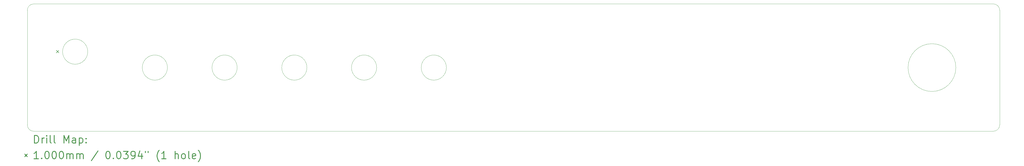
<source format=gbr>
%FSLAX45Y45*%
G04 Gerber Fmt 4.5, Leading zero omitted, Abs format (unit mm)*
G04 Created by KiCad (PCBNEW 5.1.10-88a1d61d58~90~ubuntu20.04.1) date 2021-08-18 08:02:44*
%MOMM*%
%LPD*%
G01*
G04 APERTURE LIST*
%TA.AperFunction,Profile*%
%ADD10C,0.050000*%
%TD*%
%ADD11C,0.200000*%
%ADD12C,0.300000*%
G04 APERTURE END LIST*
D10*
X36988750Y-2540000D02*
G75*
G03*
X36988750Y-2540000I-952500J0D01*
G01*
X16694150Y-2540000D02*
G75*
G03*
X16694150Y-2540000I-501650J0D01*
G01*
X13916025Y-2540000D02*
G75*
G03*
X13916025Y-2540000I-501650J0D01*
G01*
X11137900Y-2540000D02*
G75*
G03*
X11137900Y-2540000I-501650J0D01*
G01*
X8359775Y-2540000D02*
G75*
G03*
X8359775Y-2540000I-501650J0D01*
G01*
X5581650Y-2540000D02*
G75*
G03*
X5581650Y-2540000I-501650J0D01*
G01*
X2406650Y-1905000D02*
G75*
G03*
X2406650Y-1905000I-501650J0D01*
G01*
X38481000Y0D02*
G75*
G02*
X38735000Y-254000I0J-254000D01*
G01*
X38735000Y-4826000D02*
G75*
G02*
X38481000Y-5080000I-254000J0D01*
G01*
X254000Y-5080000D02*
G75*
G02*
X0Y-4826000I0J254000D01*
G01*
X0Y-254000D02*
G75*
G02*
X254000Y0I254000J0D01*
G01*
X38481000Y0D02*
X254000Y0D01*
X38735000Y-4826000D02*
X38735000Y-254000D01*
X254000Y-5080000D02*
X38481000Y-5080000D01*
X0Y-254000D02*
X0Y-4826000D01*
D11*
X1156500Y-1855000D02*
X1256500Y-1955000D01*
X1256500Y-1855000D02*
X1156500Y-1955000D01*
D12*
X283928Y-5548214D02*
X283928Y-5248214D01*
X355357Y-5248214D01*
X398214Y-5262500D01*
X426786Y-5291072D01*
X441071Y-5319643D01*
X455357Y-5376786D01*
X455357Y-5419643D01*
X441071Y-5476786D01*
X426786Y-5505357D01*
X398214Y-5533929D01*
X355357Y-5548214D01*
X283928Y-5548214D01*
X583928Y-5548214D02*
X583928Y-5348214D01*
X583928Y-5405357D02*
X598214Y-5376786D01*
X612500Y-5362500D01*
X641071Y-5348214D01*
X669643Y-5348214D01*
X769643Y-5548214D02*
X769643Y-5348214D01*
X769643Y-5248214D02*
X755357Y-5262500D01*
X769643Y-5276786D01*
X783928Y-5262500D01*
X769643Y-5248214D01*
X769643Y-5276786D01*
X955357Y-5548214D02*
X926786Y-5533929D01*
X912500Y-5505357D01*
X912500Y-5248214D01*
X1112500Y-5548214D02*
X1083928Y-5533929D01*
X1069643Y-5505357D01*
X1069643Y-5248214D01*
X1455357Y-5548214D02*
X1455357Y-5248214D01*
X1555357Y-5462500D01*
X1655357Y-5248214D01*
X1655357Y-5548214D01*
X1926786Y-5548214D02*
X1926786Y-5391072D01*
X1912500Y-5362500D01*
X1883928Y-5348214D01*
X1826786Y-5348214D01*
X1798214Y-5362500D01*
X1926786Y-5533929D02*
X1898214Y-5548214D01*
X1826786Y-5548214D01*
X1798214Y-5533929D01*
X1783928Y-5505357D01*
X1783928Y-5476786D01*
X1798214Y-5448214D01*
X1826786Y-5433929D01*
X1898214Y-5433929D01*
X1926786Y-5419643D01*
X2069643Y-5348214D02*
X2069643Y-5648214D01*
X2069643Y-5362500D02*
X2098214Y-5348214D01*
X2155357Y-5348214D01*
X2183928Y-5362500D01*
X2198214Y-5376786D01*
X2212500Y-5405357D01*
X2212500Y-5491072D01*
X2198214Y-5519643D01*
X2183928Y-5533929D01*
X2155357Y-5548214D01*
X2098214Y-5548214D01*
X2069643Y-5533929D01*
X2341071Y-5519643D02*
X2355357Y-5533929D01*
X2341071Y-5548214D01*
X2326786Y-5533929D01*
X2341071Y-5519643D01*
X2341071Y-5548214D01*
X2341071Y-5362500D02*
X2355357Y-5376786D01*
X2341071Y-5391072D01*
X2326786Y-5376786D01*
X2341071Y-5362500D01*
X2341071Y-5391072D01*
X-102500Y-5992500D02*
X-2500Y-6092500D01*
X-2500Y-5992500D02*
X-102500Y-6092500D01*
X441071Y-6178214D02*
X269643Y-6178214D01*
X355357Y-6178214D02*
X355357Y-5878214D01*
X326786Y-5921071D01*
X298214Y-5949643D01*
X269643Y-5963929D01*
X569643Y-6149643D02*
X583928Y-6163929D01*
X569643Y-6178214D01*
X555357Y-6163929D01*
X569643Y-6149643D01*
X569643Y-6178214D01*
X769643Y-5878214D02*
X798214Y-5878214D01*
X826786Y-5892500D01*
X841071Y-5906786D01*
X855357Y-5935357D01*
X869643Y-5992500D01*
X869643Y-6063929D01*
X855357Y-6121071D01*
X841071Y-6149643D01*
X826786Y-6163929D01*
X798214Y-6178214D01*
X769643Y-6178214D01*
X741071Y-6163929D01*
X726786Y-6149643D01*
X712500Y-6121071D01*
X698214Y-6063929D01*
X698214Y-5992500D01*
X712500Y-5935357D01*
X726786Y-5906786D01*
X741071Y-5892500D01*
X769643Y-5878214D01*
X1055357Y-5878214D02*
X1083928Y-5878214D01*
X1112500Y-5892500D01*
X1126786Y-5906786D01*
X1141071Y-5935357D01*
X1155357Y-5992500D01*
X1155357Y-6063929D01*
X1141071Y-6121071D01*
X1126786Y-6149643D01*
X1112500Y-6163929D01*
X1083928Y-6178214D01*
X1055357Y-6178214D01*
X1026786Y-6163929D01*
X1012500Y-6149643D01*
X998214Y-6121071D01*
X983928Y-6063929D01*
X983928Y-5992500D01*
X998214Y-5935357D01*
X1012500Y-5906786D01*
X1026786Y-5892500D01*
X1055357Y-5878214D01*
X1341071Y-5878214D02*
X1369643Y-5878214D01*
X1398214Y-5892500D01*
X1412500Y-5906786D01*
X1426786Y-5935357D01*
X1441071Y-5992500D01*
X1441071Y-6063929D01*
X1426786Y-6121071D01*
X1412500Y-6149643D01*
X1398214Y-6163929D01*
X1369643Y-6178214D01*
X1341071Y-6178214D01*
X1312500Y-6163929D01*
X1298214Y-6149643D01*
X1283928Y-6121071D01*
X1269643Y-6063929D01*
X1269643Y-5992500D01*
X1283928Y-5935357D01*
X1298214Y-5906786D01*
X1312500Y-5892500D01*
X1341071Y-5878214D01*
X1569643Y-6178214D02*
X1569643Y-5978214D01*
X1569643Y-6006786D02*
X1583928Y-5992500D01*
X1612500Y-5978214D01*
X1655357Y-5978214D01*
X1683928Y-5992500D01*
X1698214Y-6021071D01*
X1698214Y-6178214D01*
X1698214Y-6021071D02*
X1712500Y-5992500D01*
X1741071Y-5978214D01*
X1783928Y-5978214D01*
X1812500Y-5992500D01*
X1826786Y-6021071D01*
X1826786Y-6178214D01*
X1969643Y-6178214D02*
X1969643Y-5978214D01*
X1969643Y-6006786D02*
X1983928Y-5992500D01*
X2012500Y-5978214D01*
X2055357Y-5978214D01*
X2083928Y-5992500D01*
X2098214Y-6021071D01*
X2098214Y-6178214D01*
X2098214Y-6021071D02*
X2112500Y-5992500D01*
X2141071Y-5978214D01*
X2183928Y-5978214D01*
X2212500Y-5992500D01*
X2226786Y-6021071D01*
X2226786Y-6178214D01*
X2812500Y-5863929D02*
X2555357Y-6249643D01*
X3198214Y-5878214D02*
X3226786Y-5878214D01*
X3255357Y-5892500D01*
X3269643Y-5906786D01*
X3283928Y-5935357D01*
X3298214Y-5992500D01*
X3298214Y-6063929D01*
X3283928Y-6121071D01*
X3269643Y-6149643D01*
X3255357Y-6163929D01*
X3226786Y-6178214D01*
X3198214Y-6178214D01*
X3169643Y-6163929D01*
X3155357Y-6149643D01*
X3141071Y-6121071D01*
X3126786Y-6063929D01*
X3126786Y-5992500D01*
X3141071Y-5935357D01*
X3155357Y-5906786D01*
X3169643Y-5892500D01*
X3198214Y-5878214D01*
X3426786Y-6149643D02*
X3441071Y-6163929D01*
X3426786Y-6178214D01*
X3412500Y-6163929D01*
X3426786Y-6149643D01*
X3426786Y-6178214D01*
X3626786Y-5878214D02*
X3655357Y-5878214D01*
X3683928Y-5892500D01*
X3698214Y-5906786D01*
X3712500Y-5935357D01*
X3726786Y-5992500D01*
X3726786Y-6063929D01*
X3712500Y-6121071D01*
X3698214Y-6149643D01*
X3683928Y-6163929D01*
X3655357Y-6178214D01*
X3626786Y-6178214D01*
X3598214Y-6163929D01*
X3583928Y-6149643D01*
X3569643Y-6121071D01*
X3555357Y-6063929D01*
X3555357Y-5992500D01*
X3569643Y-5935357D01*
X3583928Y-5906786D01*
X3598214Y-5892500D01*
X3626786Y-5878214D01*
X3826786Y-5878214D02*
X4012500Y-5878214D01*
X3912500Y-5992500D01*
X3955357Y-5992500D01*
X3983928Y-6006786D01*
X3998214Y-6021071D01*
X4012500Y-6049643D01*
X4012500Y-6121071D01*
X3998214Y-6149643D01*
X3983928Y-6163929D01*
X3955357Y-6178214D01*
X3869643Y-6178214D01*
X3841071Y-6163929D01*
X3826786Y-6149643D01*
X4155357Y-6178214D02*
X4212500Y-6178214D01*
X4241071Y-6163929D01*
X4255357Y-6149643D01*
X4283928Y-6106786D01*
X4298214Y-6049643D01*
X4298214Y-5935357D01*
X4283928Y-5906786D01*
X4269643Y-5892500D01*
X4241071Y-5878214D01*
X4183928Y-5878214D01*
X4155357Y-5892500D01*
X4141071Y-5906786D01*
X4126786Y-5935357D01*
X4126786Y-6006786D01*
X4141071Y-6035357D01*
X4155357Y-6049643D01*
X4183928Y-6063929D01*
X4241071Y-6063929D01*
X4269643Y-6049643D01*
X4283928Y-6035357D01*
X4298214Y-6006786D01*
X4555357Y-5978214D02*
X4555357Y-6178214D01*
X4483928Y-5863929D02*
X4412500Y-6078214D01*
X4598214Y-6078214D01*
X4698214Y-5878214D02*
X4698214Y-5935357D01*
X4812500Y-5878214D02*
X4812500Y-5935357D01*
X5255357Y-6292500D02*
X5241071Y-6278214D01*
X5212500Y-6235357D01*
X5198214Y-6206786D01*
X5183928Y-6163929D01*
X5169643Y-6092500D01*
X5169643Y-6035357D01*
X5183928Y-5963929D01*
X5198214Y-5921071D01*
X5212500Y-5892500D01*
X5241071Y-5849643D01*
X5255357Y-5835357D01*
X5526786Y-6178214D02*
X5355357Y-6178214D01*
X5441071Y-6178214D02*
X5441071Y-5878214D01*
X5412500Y-5921071D01*
X5383928Y-5949643D01*
X5355357Y-5963929D01*
X5883928Y-6178214D02*
X5883928Y-5878214D01*
X6012500Y-6178214D02*
X6012500Y-6021071D01*
X5998214Y-5992500D01*
X5969643Y-5978214D01*
X5926786Y-5978214D01*
X5898214Y-5992500D01*
X5883928Y-6006786D01*
X6198214Y-6178214D02*
X6169643Y-6163929D01*
X6155357Y-6149643D01*
X6141071Y-6121071D01*
X6141071Y-6035357D01*
X6155357Y-6006786D01*
X6169643Y-5992500D01*
X6198214Y-5978214D01*
X6241071Y-5978214D01*
X6269643Y-5992500D01*
X6283928Y-6006786D01*
X6298214Y-6035357D01*
X6298214Y-6121071D01*
X6283928Y-6149643D01*
X6269643Y-6163929D01*
X6241071Y-6178214D01*
X6198214Y-6178214D01*
X6469643Y-6178214D02*
X6441071Y-6163929D01*
X6426786Y-6135357D01*
X6426786Y-5878214D01*
X6698214Y-6163929D02*
X6669643Y-6178214D01*
X6612500Y-6178214D01*
X6583928Y-6163929D01*
X6569643Y-6135357D01*
X6569643Y-6021071D01*
X6583928Y-5992500D01*
X6612500Y-5978214D01*
X6669643Y-5978214D01*
X6698214Y-5992500D01*
X6712500Y-6021071D01*
X6712500Y-6049643D01*
X6569643Y-6078214D01*
X6812500Y-6292500D02*
X6826786Y-6278214D01*
X6855357Y-6235357D01*
X6869643Y-6206786D01*
X6883928Y-6163929D01*
X6898214Y-6092500D01*
X6898214Y-6035357D01*
X6883928Y-5963929D01*
X6869643Y-5921071D01*
X6855357Y-5892500D01*
X6826786Y-5849643D01*
X6812500Y-5835357D01*
M02*

</source>
